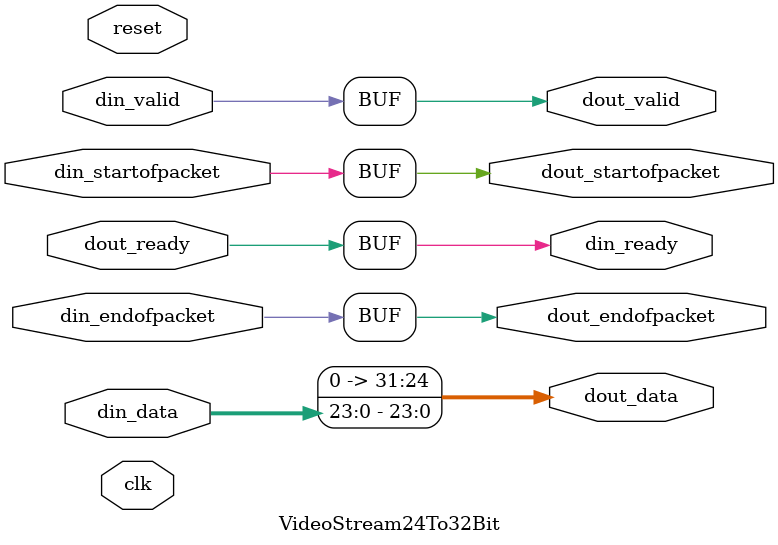
<source format=v>
/*******************************************************************
Module declaration
*******************************************************************/
module VideoStream24To32Bit (
   input             clk,
   input             reset,
   // Avalon ST sink IF
   input [23:0]      din_data,
   input             din_endofpacket,
   output            din_ready,
   input             din_startofpacket,
   input             din_valid, 
   // Avalon ST source IF
   output     [31:0] dout_data,
   output            dout_endofpacket,
   input             dout_ready,
   output            dout_startofpacket,
   output            dout_valid
);

assign dout_data = {8'h00, din_data};

assign dout_endofpacket = din_endofpacket;
assign din_ready = dout_ready;
assign dout_startofpacket = din_startofpacket;
assign dout_valid = din_valid;

endmodule

</source>
